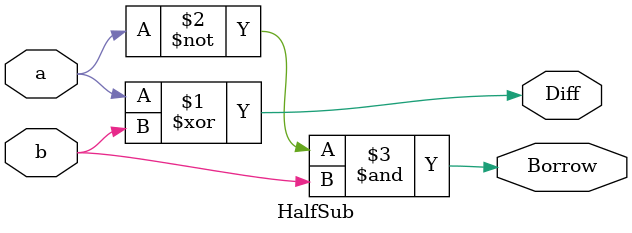
<source format=v>
module HalfSub(Borrow,Diff,a,b);
	input a,b;
	output Diff,Borrow;
	assign Diff=a^b;
	assign Borrow=(~a&b);
endmodule

</source>
